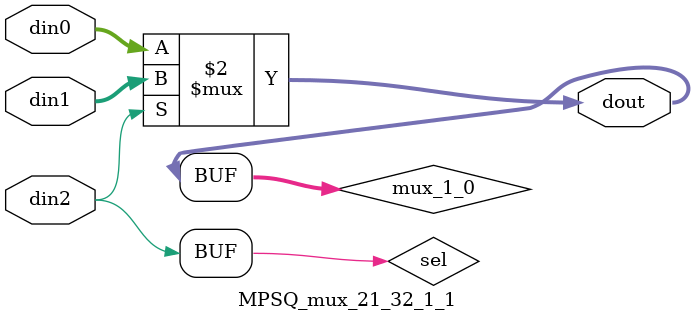
<source format=v>

`timescale 1ns/1ps

module MPSQ_mux_21_32_1_1 #(
parameter
    ID                = 0,
    NUM_STAGE         = 1,
    din0_WIDTH       = 32,
    din1_WIDTH       = 32,
    din2_WIDTH         = 32,
    dout_WIDTH            = 32
)(
    input  [31 : 0]     din0,
    input  [31 : 0]     din1,
    input  [0 : 0]    din2,
    output [31 : 0]   dout);

// puts internal signals
wire [0 : 0]     sel;
// level 1 signals
wire [31 : 0]         mux_1_0;

assign sel = din2;

// Generate level 1 logic
assign mux_1_0 = (sel[0] == 0)? din0 : din1;

// output logic
assign dout = mux_1_0;

endmodule

</source>
